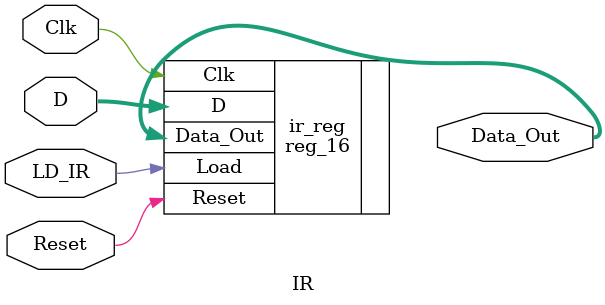
<source format=sv>
module IR (input logic Clk,
			  input logic Reset,
			  input logic LD_IR,
			  input logic [15:0] D,
			  output logic [15:0] Data_Out);

reg_16 ir_reg(.Clk(Clk), .Reset(Reset), .Load(LD_IR), .D(D), .Data_Out(Data_Out));

endmodule

</source>
